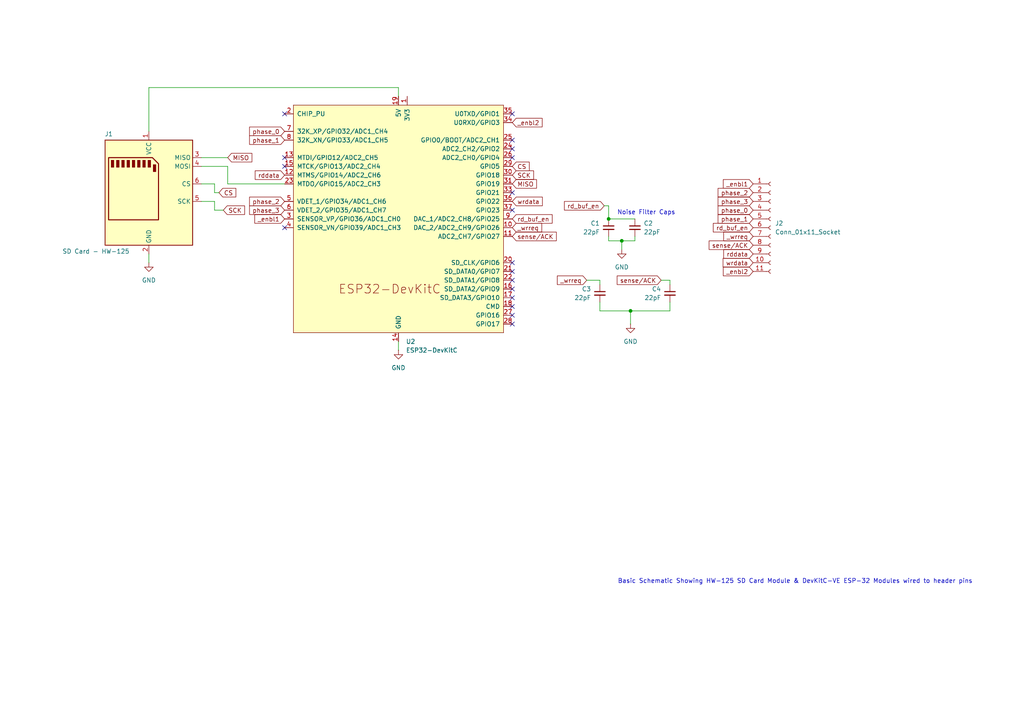
<source format=kicad_sch>
(kicad_sch (version 20250114) (generator "eeschema") (generator_version "9.0")
  (paper "A4")
  (lib_symbols
    (symbol "Connector:Conn_01x11_Socket" (pin_names (offset 1.016) (hide yes))
      (property "Reference" "J" (at 0 15.24 0))
      (property "Value" "Conn_01x11_Socket" (at 0 -15.24 0))
      (symbol "Conn_01x11_Socket_1_1"
        (polyline (pts (xy -1.27 12.7) (xy -0.508 12.7)) (stroke (width 0.1524)))
        (polyline (pts (xy -1.27 10.16) (xy -0.508 10.16)) (stroke (width 0.1524)))
        (polyline (pts (xy -1.27 7.62) (xy -0.508 7.62)) (stroke (width 0.1524)))
        (polyline (pts (xy -1.27 5.08) (xy -0.508 5.08)) (stroke (width 0.1524)))
        (polyline (pts (xy -1.27 2.54) (xy -0.508 2.54)) (stroke (width 0.1524)))
        (polyline (pts (xy -1.27 0) (xy -0.508 0)) (stroke (width 0.1524)))
        (polyline (pts (xy -1.27 -2.54) (xy -0.508 -2.54)) (stroke (width 0.1524)))
        (polyline (pts (xy -1.27 -5.08) (xy -0.508 -5.08)) (stroke (width 0.1524)))
        (polyline (pts (xy -1.27 -7.62) (xy -0.508 -7.62)) (stroke (width 0.1524)))
        (polyline (pts (xy -1.27 -10.16) (xy -0.508 -10.16)) (stroke (width 0.1524)))
        (polyline (pts (xy -1.27 -12.7) (xy -0.508 -12.7)) (stroke (width 0.1524)))
        (arc (start 0 12.192) (mid -0.5058 12.7) (end 0 13.208) (stroke (width 0.1524)))
        (arc (start 0 9.652) (mid -0.5058 10.16) (end 0 10.668) (stroke (width 0.1524)))
        (arc (start 0 7.112) (mid -0.5058 7.62) (end 0 8.128) (stroke (width 0.1524)))
        (arc (start 0 4.572) (mid -0.5058 5.08) (end 0 5.588) (stroke (width 0.1524)))
        (arc (start 0 2.032) (mid -0.5058 2.54) (end 0 3.048) (stroke (width 0.1524)))
        (arc (start 0 -0.508) (mid -0.5058 0) (end 0 0.508) (stroke (width 0.1524)))
        (arc (start 0 -3.048) (mid -0.5058 -2.54) (end 0 -2.032) (stroke (width 0.1524)))
        (arc (start 0 -5.588) (mid -0.5058 -5.08) (end 0 -4.572) (stroke (width 0.1524)))
        (arc (start 0 -8.128) (mid -0.5058 -7.62) (end 0 -7.112) (stroke (width 0.1524)))
        (arc (start 0 -10.668) (mid -0.5058 -10.16) (end 0 -9.652) (stroke (width 0.1524)))
        (arc (start 0 -13.208) (mid -0.5058 -12.7) (end 0 -12.192) (stroke (width 0.1524)))
        (pin passive line (at -5.08 12.7 0) (length 3.81) (name "Pin_1") (number "1"))
        (pin passive line (at -5.08 10.16 0) (length 3.81) (name "Pin_2") (number "2"))
        (pin passive line (at -5.08 7.62 0) (length 3.81) (name "Pin_3") (number "3"))
        (pin passive line (at -5.08 5.08 0) (length 3.81) (name "Pin_4") (number "4"))
        (pin passive line (at -5.08 2.54 0) (length 3.81) (name "Pin_5") (number "5"))
        (pin passive line (at -5.08 0 0) (length 3.81) (name "Pin_6") (number "6"))
        (pin passive line (at -5.08 -2.54 0) (length 3.81) (name "Pin_7") (number "7"))
        (pin passive line (at -5.08 -5.08 0) (length 3.81) (name "Pin_8") (number "8"))
        (pin passive line (at -5.08 -7.62 0) (length 3.81) (name "Pin_9") (number "9"))
        (pin passive line (at -5.08 -10.16 0) (length 3.81) (name "Pin_10") (number "10"))
        (pin passive line (at -5.08 -12.7 0) (length 3.81) (name "Pin_11") (number "11"))
      )
    )
    (symbol "Connector:HW-125_SD_Card"
      (property "Reference" "J" (at -11.938 18.288 0))
      (property "Value" "SD Card - HW-125" (at 0 -8.128 0))
      (symbol "HW-125_SD_Card_0_1"
        (rectangle (start -2.032 9.398) (end -1.27 7.366) (fill (type outline)))
        (rectangle (start -0.508 10.668) (end 0.254 8.636) (fill (type outline)))
        (rectangle (start 1.016 10.668) (end 1.778 8.636) (fill (type outline)))
        (rectangle (start 2.54 10.668) (end 3.302 8.636) (fill (type outline)))
        (rectangle (start 4.064 10.668) (end 4.826 8.636) (fill (type outline)))
        (rectangle (start 5.588 10.668) (end 6.35 8.636) (fill (type outline)))
        (rectangle (start 7.112 10.668) (end 7.874 8.636) (fill (type outline)))
        (rectangle (start 8.636 10.668) (end 9.398 8.636) (fill (type outline)))
        (rectangle (start 10.16 10.668) (end 10.922 8.636) (fill (type outline)))
      )
      (symbol "HW-125_SD_Card_1_1"
        (rectangle (start -12.7 16.51) (end 12.7 -13.97) (stroke (width 0.254)) (fill (type background)))
        (polyline (pts (xy -1.016 11.43) (xy 11.684 11.43) (xy 11.684 -6.604) (xy -2.794 -6.604) (xy -2.794 9.652) (xy -1.016 11.43)) (stroke (width 0.3)))
        (pin bidirectional line (at -15.24 11.43 0) (length 2.54) (name "MISO") (number "3"))
        (pin bidirectional line (at -15.24 8.89 0) (length 2.54) (name "MOSI") (number "4"))
        (pin bidirectional line (at -15.24 3.81 0) (length 2.54) (name "CS") (number "6"))
        (pin input line (at -15.24 -1.27 0) (length 2.54) (name "SCK") (number "5"))
        (pin power_in line (at 0 19.05 270) (length 2.54) (name "VCC") (number "1"))
        (pin power_in line (at 0 -16.51 90) (length 2.54) (name "GND") (number "2"))
      )
    )
    (symbol "Device:C_Small" (pin_numbers (hide yes)) (pin_names (offset 0.254) (hide yes))
      (property "Reference" "C" (at 0.254 1.778 0))
      (property "Value" "C_Small" (at 0.254 -2.032 0))
      (symbol "C_Small_0_1"
        (polyline (pts (xy -1.524 0.508) (xy 1.524 0.508)) (stroke (width 0.3048)))
        (polyline (pts (xy -1.524 -0.508) (xy 1.524 -0.508)) (stroke (width 0.3302)))
      )
      (symbol "C_Small_1_1"
        (pin passive line (at 0 2.54 270) (length 2.032) (name "~") (number "1"))
        (pin passive line (at 0 -2.54 90) (length 2.032) (name "~") (number "2"))
      )
    )
    (symbol "PCM_Espressif:ESP32-DevKitC" (pin_names (offset 1.016))
      (property "Reference" "U" (at -30.48 38.1 0))
      (property "Value" "ESP32-DevKitC" (at -30.48 35.56 0))
      (symbol "ESP32-DevKitC_0_0"
        (text "ESP32-DevKitC" (at -2.54 -20.32 0) (effects (font (size 2.54 2.54))))
        (pin power_in line (at 0 35.56 270) (length 2.54) (name "5V") (number "19"))
        (pin power_in line (at 0 -35.56 90) (length 2.54) (name "GND") (number "14"))
      )
      (symbol "ESP32-DevKitC_0_1"
        (rectangle (start -30.48 33.02) (end 30.48 -33.02) (fill (type background)))
      )
      (symbol "ESP32-DevKitC_1_1"
        (pin input line (at -33.02 30.48 0) (length 2.54) (name "CHIP_PU") (number "2"))
        (pin bidirectional line (at -33.02 25.4 0) (length 2.54) (name "32K_XP/GPIO32/ADC1_CH4") (number "7"))
        (pin bidirectional line (at -33.02 22.86 0) (length 2.54) (name "32K_XN/GPIO33/ADC1_CH5") (number "8"))
        (pin bidirectional line (at -33.02 17.78 0) (length 2.54) (name "MTDI/GPIO12/ADC2_CH5") (number "13"))
        (pin bidirectional line (at -33.02 15.24 0) (length 2.54) (name "MTCK/GPIO13/ADC2_CH4") (number "15"))
        (pin bidirectional line (at -33.02 12.7 0) (length 2.54) (name "MTMS/GPIO14/ADC2_CH6") (number "12"))
        (pin bidirectional line (at -33.02 10.16 0) (length 2.54) (name "MTDO/GPIO15/ADC2_CH3") (number "23"))
        (pin input line (at -33.02 5.08 0) (length 2.54) (name "VDET_1/GPIO34/ADC1_CH6") (number "5"))
        (pin input line (at -33.02 2.54 0) (length 2.54) (name "VDET_2/GPIO35/ADC1_CH7") (number "6"))
        (pin input line (at -33.02 0 0) (length 2.54) (name "SENSOR_VP/GPIO36/ADC1_CH0") (number "3"))
        (pin input line (at -33.02 -2.54 0) (length 2.54) (name "SENSOR_VN/GPIO39/ADC1_CH3") (number "4"))
        (pin passive line (at 0 -35.56 90) (length 2.54) (hide yes) (name "GND") (number "32"))
        (pin passive line (at 0 -35.56 90) (length 2.54) (hide yes) (name "GND") (number "38"))
        (pin power_in line (at 2.54 35.56 270) (length 2.54) (name "3V3") (number "1"))
        (pin bidirectional line (at 33.02 30.48 180) (length 2.54) (name "U0TXD/GPIO1") (number "35"))
        (pin bidirectional line (at 33.02 27.94 180) (length 2.54) (name "U0RXD/GPIO3") (number "34"))
        (pin bidirectional line (at 33.02 22.86 180) (length 2.54) (name "GPIO0/BOOT/ADC2_CH1") (number "25"))
        (pin bidirectional line (at 33.02 20.32 180) (length 2.54) (name "ADC2_CH2/GPIO2") (number "24"))
        (pin bidirectional line (at 33.02 17.78 180) (length 2.54) (name "ADC2_CH0/GPIO4") (number "26"))
        (pin bidirectional line (at 33.02 15.24 180) (length 2.54) (name "GPIO5") (number "29"))
        (pin bidirectional line (at 33.02 12.7 180) (length 2.54) (name "GPIO18") (number "30"))
        (pin bidirectional line (at 33.02 10.16 180) (length 2.54) (name "GPIO19") (number "31"))
        (pin bidirectional line (at 33.02 7.62 180) (length 2.54) (name "GPIO21") (number "33"))
        (pin bidirectional line (at 33.02 5.08 180) (length 2.54) (name "GPIO22") (number "36"))
        (pin bidirectional line (at 33.02 2.54 180) (length 2.54) (name "GPIO23") (number "37"))
        (pin bidirectional line (at 33.02 0 180) (length 2.54) (name "DAC_1/ADC2_CH8/GPIO25") (number "9"))
        (pin bidirectional line (at 33.02 -2.54 180) (length 2.54) (name "DAC_2/ADC2_CH9/GPIO26") (number "10"))
        (pin bidirectional line (at 33.02 -5.08 180) (length 2.54) (name "ADC2_CH7/GPIO27") (number "11"))
        (pin bidirectional line (at 33.02 -12.7 180) (length 2.54) (name "SD_CLK/GPIO6") (number "20"))
        (pin bidirectional line (at 33.02 -15.24 180) (length 2.54) (name "SD_DATA0/GPIO7") (number "21"))
        (pin bidirectional line (at 33.02 -17.78 180) (length 2.54) (name "SD_DATA1/GPIO8") (number "22"))
        (pin bidirectional line (at 33.02 -20.32 180) (length 2.54) (name "SD_DATA2/GPIO9") (number "16"))
        (pin bidirectional line (at 33.02 -22.86 180) (length 2.54) (name "SD_DATA3/GPIO10") (number "17"))
        (pin bidirectional line (at 33.02 -25.4 180) (length 2.54) (name "CMD") (number "18"))
        (pin bidirectional line (at 33.02 -27.94 180) (length 2.54) (name "GPIO16") (number "27"))
        (pin bidirectional line (at 33.02 -30.48 180) (length 2.54) (name "GPIO17") (number "28"))
      )
    )
    (symbol "power:GND" (power) (pin_numbers (hide yes)) (pin_names (offset 0) (hide yes))
      (property "Value" "GND" (at 0 -3.81 0))
      (symbol "GND_0_1"
        (polyline (pts (xy 0 0) (xy 0 -1.27) (xy 1.27 -1.27) (xy 0 -2.54) (xy -1.27 -1.27) (xy 0 -1.27)))
      )
      (symbol "GND_1_1"
        (pin power_in line (at 0 0 270) (length 0) (name "~") (number "1"))
      )
    )
  )
  (text "Noise Filter Caps" (at 187.452 61.722 0) (effects (font (size 1.27 1.27))))
  (text "Basic Schematic Showing HW-125 SD Card Module & DevKitC-VE ESP-32 Modules wired to header pins" (at 230.632 168.656 0) (effects (font (size 1.27 1.27))))
  (junction (at 176.53 63.5))
  (junction (at 180.34 69.85))
  (junction (at 182.88 90.17))
  (no_connect (at 148.59 55.88))
  (no_connect (at 148.59 81.28))
  (no_connect (at 148.59 33.02))
  (no_connect (at 148.59 43.18))
  (no_connect (at 82.55 45.72))
  (no_connect (at 148.59 60.96))
  (no_connect (at 148.59 78.74))
  (no_connect (at 82.55 48.26))
  (no_connect (at 148.59 45.72))
  (no_connect (at 148.59 76.2))
  (no_connect (at 148.59 93.98))
  (no_connect (at 148.59 88.9))
  (no_connect (at 148.59 86.36))
  (no_connect (at 148.59 40.64))
  (no_connect (at 148.59 83.82))
  (no_connect (at 82.55 66.04))
  (no_connect (at 148.59 91.44))
  (no_connect (at 82.55 33.02))
  (wire (pts (xy 66.04 48.26) (xy 66.04 53.34)))
  (wire (pts (xy 62.23 55.88) (xy 62.23 53.34)))
  (wire (pts (xy 115.57 99.06) (xy 115.57 101.6)))
  (wire (pts (xy 180.34 69.85) (xy 184.15 69.85)))
  (wire (pts (xy 43.18 25.4) (xy 115.57 25.4)))
  (wire (pts (xy 180.34 69.85) (xy 180.34 72.39)))
  (wire (pts (xy 62.23 53.34) (xy 58.42 53.34)))
  (wire (pts (xy 173.99 81.28) (xy 173.99 82.55)))
  (wire (pts (xy 176.53 68.58) (xy 176.53 69.85)))
  (wire (pts (xy 173.99 87.63) (xy 173.99 90.17)))
  (wire (pts (xy 43.18 25.4) (xy 43.18 38.1)))
  (wire (pts (xy 176.53 59.69) (xy 176.53 63.5)))
  (wire (pts (xy 182.88 90.17) (xy 194.31 90.17)))
  (wire (pts (xy 194.31 90.17) (xy 194.31 87.63)))
  (wire (pts (xy 176.53 69.85) (xy 180.34 69.85)))
  (wire (pts (xy 62.23 60.96) (xy 64.77 60.96)))
  (wire (pts (xy 62.23 58.42) (xy 62.23 60.96)))
  (wire (pts (xy 62.23 55.88) (xy 63.5 55.88)))
  (wire (pts (xy 175.26 59.69) (xy 176.53 59.69)))
  (wire (pts (xy 184.15 69.85) (xy 184.15 68.58)))
  (wire (pts (xy 176.53 63.5) (xy 184.15 63.5)))
  (wire (pts (xy 191.77 81.28) (xy 194.31 81.28)))
  (wire (pts (xy 43.18 73.66) (xy 43.18 76.2)))
  (wire (pts (xy 58.42 48.26) (xy 66.04 48.26)))
  (wire (pts (xy 58.42 58.42) (xy 62.23 58.42)))
  (wire (pts (xy 66.04 53.34) (xy 82.55 53.34)))
  (wire (pts (xy 170.18 81.28) (xy 173.99 81.28)))
  (wire (pts (xy 194.31 81.28) (xy 194.31 82.55)))
  (wire (pts (xy 58.42 45.72) (xy 66.04 45.72)))
  (wire (pts (xy 182.88 90.17) (xy 182.88 93.98)))
  (wire (pts (xy 173.99 90.17) (xy 182.88 90.17)))
  (wire (pts (xy 115.57 25.4) (xy 115.57 27.94)))
  (global_label "rd_buf_en" (shape input) (at 218.44 66.04 180) (property "Intersheetrefs" "${INTERSHEET_REFS}" (effects (hide yes))))
  (global_label "_enbl2" (shape input) (at 218.44 78.74 180) (property "Intersheetrefs" "${INTERSHEET_REFS}" (effects (hide yes))))
  (global_label "phase_1" (shape input) (at 82.55 40.64 180) (property "Intersheetrefs" "${INTERSHEET_REFS}" (effects (hide yes))))
  (global_label "_enbl1" (shape input) (at 82.55 63.5 180) (property "Intersheetrefs" "${INTERSHEET_REFS}" (effects (hide yes))))
  (global_label "phase_2" (shape input) (at 218.44 55.88 180) (property "Intersheetrefs" "${INTERSHEET_REFS}" (effects (hide yes))))
  (global_label "rddata" (shape input) (at 218.44 73.66 180) (property "Intersheetrefs" "${INTERSHEET_REFS}" (effects (hide yes))))
  (global_label "phase_1" (shape input) (at 218.44 63.5 180) (property "Intersheetrefs" "${INTERSHEET_REFS}" (effects (hide yes))))
  (global_label "MISO" (shape input) (at 148.59 53.34 0) (property "Intersheetrefs" "${INTERSHEET_REFS}" (effects (hide yes))))
  (global_label "_wrreq" (shape input) (at 170.18 81.28 180) (property "Intersheetrefs" "${INTERSHEET_REFS}" (effects (hide yes))))
  (global_label "SCK" (shape input) (at 148.59 50.8 0) (property "Intersheetrefs" "${INTERSHEET_REFS}" (effects (hide yes))))
  (global_label "SCK" (shape input) (at 64.77 60.96 0) (property "Intersheetrefs" "${INTERSHEET_REFS}" (effects (hide yes))))
  (global_label "CS" (shape input) (at 148.59 48.26 0) (property "Intersheetrefs" "${INTERSHEET_REFS}" (effects (hide yes))))
  (global_label "_wrreq" (shape input) (at 148.59 66.04 0) (property "Intersheetrefs" "${INTERSHEET_REFS}" (effects (hide yes))))
  (global_label "rd_buf_en" (shape input) (at 175.26 59.69 180) (property "Intersheetrefs" "${INTERSHEET_REFS}" (effects (hide yes))))
  (global_label "rd_buf_en" (shape input) (at 148.59 63.5 0) (property "Intersheetrefs" "${INTERSHEET_REFS}" (effects (hide yes))))
  (global_label "wrdata" (shape input) (at 218.44 76.2 180) (property "Intersheetrefs" "${INTERSHEET_REFS}" (effects (hide yes))))
  (global_label "sense{slash}ACK" (shape input) (at 218.44 71.12 180) (property "Intersheetrefs" "${INTERSHEET_REFS}" (effects (hide yes))))
  (global_label "phase_0" (shape input) (at 218.44 60.96 180) (property "Intersheetrefs" "${INTERSHEET_REFS}" (effects (hide yes))))
  (global_label "MISO" (shape input) (at 66.04 45.72 0) (property "Intersheetrefs" "${INTERSHEET_REFS}" (effects (hide yes))))
  (global_label "wrdata" (shape input) (at 148.59 58.42 0) (property "Intersheetrefs" "${INTERSHEET_REFS}" (effects (hide yes))))
  (global_label "CS" (shape input) (at 63.5 55.88 0) (property "Intersheetrefs" "${INTERSHEET_REFS}" (effects (hide yes))))
  (global_label "phase_0" (shape input) (at 82.55 38.1 180) (property "Intersheetrefs" "${INTERSHEET_REFS}" (effects (hide yes))))
  (global_label "_enbl1" (shape input) (at 218.44 53.34 180) (property "Intersheetrefs" "${INTERSHEET_REFS}" (effects (hide yes))))
  (global_label "rddata" (shape input) (at 82.55 50.8 180) (property "Intersheetrefs" "${INTERSHEET_REFS}" (effects (hide yes))))
  (global_label "phase_2" (shape input) (at 82.55 58.42 180) (property "Intersheetrefs" "${INTERSHEET_REFS}" (effects (hide yes))))
  (global_label "sense{slash}ACK" (shape input) (at 148.59 68.58 0) (property "Intersheetrefs" "${INTERSHEET_REFS}" (effects (hide yes))))
  (global_label "phase_3" (shape input) (at 82.55 60.96 180) (property "Intersheetrefs" "${INTERSHEET_REFS}" (effects (hide yes))))
  (global_label "_wrreq" (shape input) (at 218.44 68.58 180) (property "Intersheetrefs" "${INTERSHEET_REFS}" (effects (hide yes))))
  (global_label "_enbl2" (shape input) (at 148.59 35.56 0) (property "Intersheetrefs" "${INTERSHEET_REFS}" (effects (hide yes))))
  (global_label "phase_3" (shape input) (at 218.44 58.42 180) (property "Intersheetrefs" "${INTERSHEET_REFS}" (effects (hide yes))))
  (global_label "sense{slash}ACK" (shape input) (at 191.77 81.28 180) (property "Intersheetrefs" "${INTERSHEET_REFS}" (effects (hide yes))))
  (symbol (lib_id "power:GND") (at 180.34 72.39 0) (mirror y) (unit 1)
    (property "Reference" "#PWR03" (effects (hide yes)))
    (property "Value" "GND" (at 180.34 77.47 0))
    (property "Description" "Power symbol creates a global label with name \"GND\" , ground" (effects (hide yes)))
  )
  (symbol (lib_id "Connector:Conn_01x11_Socket") (at 223.52 66.04 0) (unit 1)
    (property "Reference" "J2" (at 224.79 64.7699 0) (effects (justify left)))
    (property "Value" "Conn_01x11_Socket" (at 224.79 67.3099 0) (effects (justify left)))
    (property "Description" "Generic connector, single row, 01x11, script generated" (effects (hide yes)))
  )
  (symbol (lib_id "Device:C_Small") (at 173.99 85.09 0) (mirror y) (unit 1)
    (property "Reference" "C3" (at 171.45 83.8262 0) (effects (justify left)))
    (property "Value" "22pF" (at 171.45 86.3662 0) (effects (justify left)))
    (property "Description" "Unpolarized capacitor, small symbol" (effects (hide yes)))
  )
  (symbol (lib_id "power:GND") (at 182.88 93.98 0) (unit 1)
    (property "Reference" "#PWR04" (effects (hide yes)))
    (property "Value" "GND" (at 182.88 99.06 0))
    (property "Description" "Power symbol creates a global label with name \"GND\" , ground" (effects (hide yes)))
  )
  (symbol (lib_id "power:GND") (at 43.18 76.2 0) (mirror y) (unit 1)
    (property "Reference" "#PWR01" (effects (hide yes)))
    (property "Value" "GND" (at 43.18 81.28 0))
    (property "Description" "Power symbol creates a global label with name \"GND\" , ground" (effects (hide yes)))
  )
  (symbol (lib_id "Device:C_Small") (at 184.15 66.04 0) (unit 1)
    (property "Reference" "C2" (at 186.69 64.7762 0) (effects (justify left)))
    (property "Value" "22pF" (at 186.69 67.3162 0) (effects (justify left)))
    (property "Description" "Unpolarized capacitor, small symbol" (effects (hide yes)))
  )
  (symbol (lib_id "PCM_Espressif:ESP32-DevKitC") (at 115.57 63.5 0) (unit 1)
    (property "Reference" "U2" (at 117.7133 99.06 0) (effects (justify left)))
    (property "Value" "ESP32-DevKitC" (at 117.7133 101.6 0) (effects (justify left)))
    (property "Footprint" "PCM_Espressif:ESP32-DevKitC" (effects (hide yes)))
    (property "Datasheet" "https://docs.espressif.com/projects/esp-idf/zh_CN/latest/esp32/hw-reference/esp32/get-started-devkitc.html" (effects (hide yes)))
    (property "Description" "Development Kit" (effects (hide yes)))
  )
  (symbol (lib_id "Connector:HW-125_SD_Card") (at 43.18 57.15 0) (mirror y) (unit 1)
    (property "Reference" "J1" (at 32.766 38.862 0) (effects (justify left)))
    (property "Value" "SD Card - HW-125" (at 37.592 72.898 0) (effects (justify left)))
  )
  (symbol (lib_id "Device:C_Small") (at 176.53 66.04 0) (mirror y) (unit 1)
    (property "Reference" "C1" (at 173.99 64.7762 0) (effects (justify left)))
    (property "Value" "22pF" (at 173.99 67.3162 0) (effects (justify left)))
    (property "Description" "Unpolarized capacitor, small symbol" (effects (hide yes)))
  )
  (symbol (lib_id "Device:C_Small") (at 194.31 85.09 0) (mirror y) (unit 1)
    (property "Reference" "C4" (at 191.77 83.8262 0) (effects (justify left)))
    (property "Value" "22pF" (at 191.77 86.3662 0) (effects (justify left)))
    (property "Description" "Unpolarized capacitor, small symbol" (effects (hide yes)))
  )
  (symbol (lib_id "power:GND") (at 115.57 101.6 0) (mirror y) (unit 1)
    (property "Reference" "#PWR02" (effects (hide yes)))
    (property "Value" "GND" (at 115.57 106.68 0))
    (property "Description" "Power symbol creates a global label with name \"GND\" , ground" (effects (hide yes)))
  )
)
</source>
